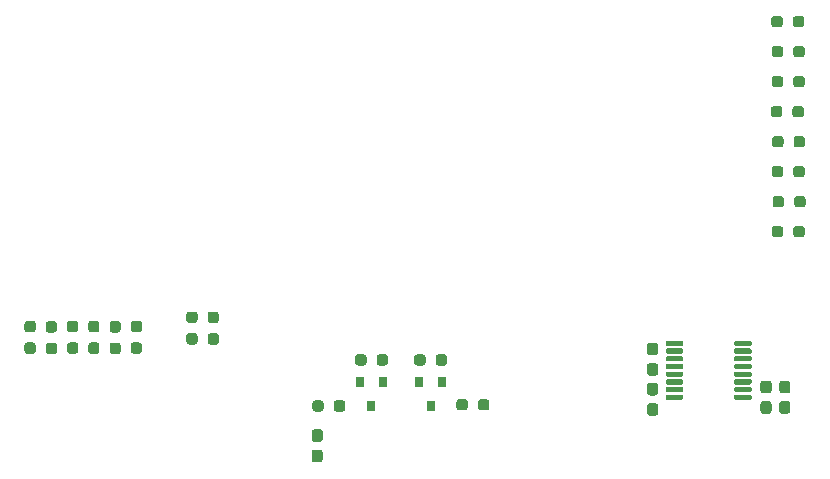
<source format=gbp>
G04 #@! TF.GenerationSoftware,KiCad,Pcbnew,5.1.9-1.fc33*
G04 #@! TF.CreationDate,2021-03-16T11:41:12-04:00*
G04 #@! TF.ProjectId,terminal,7465726d-696e-4616-9c2e-6b696361645f,rev?*
G04 #@! TF.SameCoordinates,Original*
G04 #@! TF.FileFunction,Paste,Bot*
G04 #@! TF.FilePolarity,Positive*
%FSLAX46Y46*%
G04 Gerber Fmt 4.6, Leading zero omitted, Abs format (unit mm)*
G04 Created by KiCad (PCBNEW 5.1.9-1.fc33) date 2021-03-16 11:41:12*
%MOMM*%
%LPD*%
G01*
G04 APERTURE LIST*
%ADD10R,0.800000X0.900000*%
G04 APERTURE END LIST*
D10*
G04 #@! TO.C,Q1*
X109150000Y-133700000D03*
X111050000Y-133700000D03*
X110100000Y-135700000D03*
G04 #@! TD*
G04 #@! TO.C,Q2*
X105100000Y-135700000D03*
X106050000Y-133700000D03*
X104150000Y-133700000D03*
G04 #@! TD*
G04 #@! TO.C,C1*
G36*
G01*
X138737500Y-136362500D02*
X138262500Y-136362500D01*
G75*
G02*
X138025000Y-136125000I0J237500D01*
G01*
X138025000Y-135525000D01*
G75*
G02*
X138262500Y-135287500I237500J0D01*
G01*
X138737500Y-135287500D01*
G75*
G02*
X138975000Y-135525000I0J-237500D01*
G01*
X138975000Y-136125000D01*
G75*
G02*
X138737500Y-136362500I-237500J0D01*
G01*
G37*
G36*
G01*
X138737500Y-134637500D02*
X138262500Y-134637500D01*
G75*
G02*
X138025000Y-134400000I0J237500D01*
G01*
X138025000Y-133800000D01*
G75*
G02*
X138262500Y-133562500I237500J0D01*
G01*
X138737500Y-133562500D01*
G75*
G02*
X138975000Y-133800000I0J-237500D01*
G01*
X138975000Y-134400000D01*
G75*
G02*
X138737500Y-134637500I-237500J0D01*
G01*
G37*
G04 #@! TD*
G04 #@! TO.C,C2*
G36*
G01*
X140337500Y-134637500D02*
X139862500Y-134637500D01*
G75*
G02*
X139625000Y-134400000I0J237500D01*
G01*
X139625000Y-133800000D01*
G75*
G02*
X139862500Y-133562500I237500J0D01*
G01*
X140337500Y-133562500D01*
G75*
G02*
X140575000Y-133800000I0J-237500D01*
G01*
X140575000Y-134400000D01*
G75*
G02*
X140337500Y-134637500I-237500J0D01*
G01*
G37*
G36*
G01*
X140337500Y-136362500D02*
X139862500Y-136362500D01*
G75*
G02*
X139625000Y-136125000I0J237500D01*
G01*
X139625000Y-135525000D01*
G75*
G02*
X139862500Y-135287500I237500J0D01*
G01*
X140337500Y-135287500D01*
G75*
G02*
X140575000Y-135525000I0J-237500D01*
G01*
X140575000Y-136125000D01*
G75*
G02*
X140337500Y-136362500I-237500J0D01*
G01*
G37*
G04 #@! TD*
G04 #@! TO.C,C3*
G36*
G01*
X100262500Y-137662500D02*
X100737500Y-137662500D01*
G75*
G02*
X100975000Y-137900000I0J-237500D01*
G01*
X100975000Y-138500000D01*
G75*
G02*
X100737500Y-138737500I-237500J0D01*
G01*
X100262500Y-138737500D01*
G75*
G02*
X100025000Y-138500000I0J237500D01*
G01*
X100025000Y-137900000D01*
G75*
G02*
X100262500Y-137662500I237500J0D01*
G01*
G37*
G36*
G01*
X100262500Y-139387500D02*
X100737500Y-139387500D01*
G75*
G02*
X100975000Y-139625000I0J-237500D01*
G01*
X100975000Y-140225000D01*
G75*
G02*
X100737500Y-140462500I-237500J0D01*
G01*
X100262500Y-140462500D01*
G75*
G02*
X100025000Y-140225000I0J237500D01*
G01*
X100025000Y-139625000D01*
G75*
G02*
X100262500Y-139387500I237500J0D01*
G01*
G37*
G04 #@! TD*
G04 #@! TO.C,C4*
G36*
G01*
X129137500Y-134812500D02*
X128662500Y-134812500D01*
G75*
G02*
X128425000Y-134575000I0J237500D01*
G01*
X128425000Y-133975000D01*
G75*
G02*
X128662500Y-133737500I237500J0D01*
G01*
X129137500Y-133737500D01*
G75*
G02*
X129375000Y-133975000I0J-237500D01*
G01*
X129375000Y-134575000D01*
G75*
G02*
X129137500Y-134812500I-237500J0D01*
G01*
G37*
G36*
G01*
X129137500Y-136537500D02*
X128662500Y-136537500D01*
G75*
G02*
X128425000Y-136300000I0J237500D01*
G01*
X128425000Y-135700000D01*
G75*
G02*
X128662500Y-135462500I237500J0D01*
G01*
X129137500Y-135462500D01*
G75*
G02*
X129375000Y-135700000I0J-237500D01*
G01*
X129375000Y-136300000D01*
G75*
G02*
X129137500Y-136537500I-237500J0D01*
G01*
G37*
G04 #@! TD*
G04 #@! TO.C,C5*
G36*
G01*
X129137500Y-133137500D02*
X128662500Y-133137500D01*
G75*
G02*
X128425000Y-132900000I0J237500D01*
G01*
X128425000Y-132300000D01*
G75*
G02*
X128662500Y-132062500I237500J0D01*
G01*
X129137500Y-132062500D01*
G75*
G02*
X129375000Y-132300000I0J-237500D01*
G01*
X129375000Y-132900000D01*
G75*
G02*
X129137500Y-133137500I-237500J0D01*
G01*
G37*
G36*
G01*
X129137500Y-131412500D02*
X128662500Y-131412500D01*
G75*
G02*
X128425000Y-131175000I0J237500D01*
G01*
X128425000Y-130575000D01*
G75*
G02*
X128662500Y-130337500I237500J0D01*
G01*
X129137500Y-130337500D01*
G75*
G02*
X129375000Y-130575000I0J-237500D01*
G01*
X129375000Y-131175000D01*
G75*
G02*
X129137500Y-131412500I-237500J0D01*
G01*
G37*
G04 #@! TD*
G04 #@! TO.C,R1*
G36*
G01*
X83637500Y-131312500D02*
X83162500Y-131312500D01*
G75*
G02*
X82925000Y-131075000I0J237500D01*
G01*
X82925000Y-130575000D01*
G75*
G02*
X83162500Y-130337500I237500J0D01*
G01*
X83637500Y-130337500D01*
G75*
G02*
X83875000Y-130575000I0J-237500D01*
G01*
X83875000Y-131075000D01*
G75*
G02*
X83637500Y-131312500I-237500J0D01*
G01*
G37*
G36*
G01*
X83637500Y-129487500D02*
X83162500Y-129487500D01*
G75*
G02*
X82925000Y-129250000I0J237500D01*
G01*
X82925000Y-128750000D01*
G75*
G02*
X83162500Y-128512500I237500J0D01*
G01*
X83637500Y-128512500D01*
G75*
G02*
X83875000Y-128750000I0J-237500D01*
G01*
X83875000Y-129250000D01*
G75*
G02*
X83637500Y-129487500I-237500J0D01*
G01*
G37*
G04 #@! TD*
G04 #@! TO.C,R2*
G36*
G01*
X85437500Y-129462500D02*
X84962500Y-129462500D01*
G75*
G02*
X84725000Y-129225000I0J237500D01*
G01*
X84725000Y-128725000D01*
G75*
G02*
X84962500Y-128487500I237500J0D01*
G01*
X85437500Y-128487500D01*
G75*
G02*
X85675000Y-128725000I0J-237500D01*
G01*
X85675000Y-129225000D01*
G75*
G02*
X85437500Y-129462500I-237500J0D01*
G01*
G37*
G36*
G01*
X85437500Y-131287500D02*
X84962500Y-131287500D01*
G75*
G02*
X84725000Y-131050000I0J237500D01*
G01*
X84725000Y-130550000D01*
G75*
G02*
X84962500Y-130312500I237500J0D01*
G01*
X85437500Y-130312500D01*
G75*
G02*
X85675000Y-130550000I0J-237500D01*
G01*
X85675000Y-131050000D01*
G75*
G02*
X85437500Y-131287500I-237500J0D01*
G01*
G37*
G04 #@! TD*
G04 #@! TO.C,R3*
G36*
G01*
X80037500Y-131287500D02*
X79562500Y-131287500D01*
G75*
G02*
X79325000Y-131050000I0J237500D01*
G01*
X79325000Y-130550000D01*
G75*
G02*
X79562500Y-130312500I237500J0D01*
G01*
X80037500Y-130312500D01*
G75*
G02*
X80275000Y-130550000I0J-237500D01*
G01*
X80275000Y-131050000D01*
G75*
G02*
X80037500Y-131287500I-237500J0D01*
G01*
G37*
G36*
G01*
X80037500Y-129462500D02*
X79562500Y-129462500D01*
G75*
G02*
X79325000Y-129225000I0J237500D01*
G01*
X79325000Y-128725000D01*
G75*
G02*
X79562500Y-128487500I237500J0D01*
G01*
X80037500Y-128487500D01*
G75*
G02*
X80275000Y-128725000I0J-237500D01*
G01*
X80275000Y-129225000D01*
G75*
G02*
X80037500Y-129462500I-237500J0D01*
G01*
G37*
G04 #@! TD*
G04 #@! TO.C,R4*
G36*
G01*
X81837500Y-129462500D02*
X81362500Y-129462500D01*
G75*
G02*
X81125000Y-129225000I0J237500D01*
G01*
X81125000Y-128725000D01*
G75*
G02*
X81362500Y-128487500I237500J0D01*
G01*
X81837500Y-128487500D01*
G75*
G02*
X82075000Y-128725000I0J-237500D01*
G01*
X82075000Y-129225000D01*
G75*
G02*
X81837500Y-129462500I-237500J0D01*
G01*
G37*
G36*
G01*
X81837500Y-131287500D02*
X81362500Y-131287500D01*
G75*
G02*
X81125000Y-131050000I0J237500D01*
G01*
X81125000Y-130550000D01*
G75*
G02*
X81362500Y-130312500I237500J0D01*
G01*
X81837500Y-130312500D01*
G75*
G02*
X82075000Y-130550000I0J-237500D01*
G01*
X82075000Y-131050000D01*
G75*
G02*
X81837500Y-131287500I-237500J0D01*
G01*
G37*
G04 #@! TD*
G04 #@! TO.C,R5*
G36*
G01*
X76437500Y-131287500D02*
X75962500Y-131287500D01*
G75*
G02*
X75725000Y-131050000I0J237500D01*
G01*
X75725000Y-130550000D01*
G75*
G02*
X75962500Y-130312500I237500J0D01*
G01*
X76437500Y-130312500D01*
G75*
G02*
X76675000Y-130550000I0J-237500D01*
G01*
X76675000Y-131050000D01*
G75*
G02*
X76437500Y-131287500I-237500J0D01*
G01*
G37*
G36*
G01*
X76437500Y-129462500D02*
X75962500Y-129462500D01*
G75*
G02*
X75725000Y-129225000I0J237500D01*
G01*
X75725000Y-128725000D01*
G75*
G02*
X75962500Y-128487500I237500J0D01*
G01*
X76437500Y-128487500D01*
G75*
G02*
X76675000Y-128725000I0J-237500D01*
G01*
X76675000Y-129225000D01*
G75*
G02*
X76437500Y-129462500I-237500J0D01*
G01*
G37*
G04 #@! TD*
G04 #@! TO.C,R6*
G36*
G01*
X78237500Y-129487500D02*
X77762500Y-129487500D01*
G75*
G02*
X77525000Y-129250000I0J237500D01*
G01*
X77525000Y-128750000D01*
G75*
G02*
X77762500Y-128512500I237500J0D01*
G01*
X78237500Y-128512500D01*
G75*
G02*
X78475000Y-128750000I0J-237500D01*
G01*
X78475000Y-129250000D01*
G75*
G02*
X78237500Y-129487500I-237500J0D01*
G01*
G37*
G36*
G01*
X78237500Y-131312500D02*
X77762500Y-131312500D01*
G75*
G02*
X77525000Y-131075000I0J237500D01*
G01*
X77525000Y-130575000D01*
G75*
G02*
X77762500Y-130337500I237500J0D01*
G01*
X78237500Y-130337500D01*
G75*
G02*
X78475000Y-130575000I0J-237500D01*
G01*
X78475000Y-131075000D01*
G75*
G02*
X78237500Y-131312500I-237500J0D01*
G01*
G37*
G04 #@! TD*
G04 #@! TO.C,R7*
G36*
G01*
X113262500Y-135362500D02*
X113262500Y-135837500D01*
G75*
G02*
X113025000Y-136075000I-237500J0D01*
G01*
X112525000Y-136075000D01*
G75*
G02*
X112287500Y-135837500I0J237500D01*
G01*
X112287500Y-135362500D01*
G75*
G02*
X112525000Y-135125000I237500J0D01*
G01*
X113025000Y-135125000D01*
G75*
G02*
X113262500Y-135362500I0J-237500D01*
G01*
G37*
G36*
G01*
X115087500Y-135362500D02*
X115087500Y-135837500D01*
G75*
G02*
X114850000Y-136075000I-237500J0D01*
G01*
X114350000Y-136075000D01*
G75*
G02*
X114112500Y-135837500I0J237500D01*
G01*
X114112500Y-135362500D01*
G75*
G02*
X114350000Y-135125000I237500J0D01*
G01*
X114850000Y-135125000D01*
G75*
G02*
X115087500Y-135362500I0J-237500D01*
G01*
G37*
G04 #@! TD*
G04 #@! TO.C,R8*
G36*
G01*
X108712500Y-132037500D02*
X108712500Y-131562500D01*
G75*
G02*
X108950000Y-131325000I237500J0D01*
G01*
X109450000Y-131325000D01*
G75*
G02*
X109687500Y-131562500I0J-237500D01*
G01*
X109687500Y-132037500D01*
G75*
G02*
X109450000Y-132275000I-237500J0D01*
G01*
X108950000Y-132275000D01*
G75*
G02*
X108712500Y-132037500I0J237500D01*
G01*
G37*
G36*
G01*
X110537500Y-132037500D02*
X110537500Y-131562500D01*
G75*
G02*
X110775000Y-131325000I237500J0D01*
G01*
X111275000Y-131325000D01*
G75*
G02*
X111512500Y-131562500I0J-237500D01*
G01*
X111512500Y-132037500D01*
G75*
G02*
X111275000Y-132275000I-237500J0D01*
G01*
X110775000Y-132275000D01*
G75*
G02*
X110537500Y-132037500I0J237500D01*
G01*
G37*
G04 #@! TD*
G04 #@! TO.C,R9*
G36*
G01*
X105537500Y-132037500D02*
X105537500Y-131562500D01*
G75*
G02*
X105775000Y-131325000I237500J0D01*
G01*
X106275000Y-131325000D01*
G75*
G02*
X106512500Y-131562500I0J-237500D01*
G01*
X106512500Y-132037500D01*
G75*
G02*
X106275000Y-132275000I-237500J0D01*
G01*
X105775000Y-132275000D01*
G75*
G02*
X105537500Y-132037500I0J237500D01*
G01*
G37*
G36*
G01*
X103712500Y-132037500D02*
X103712500Y-131562500D01*
G75*
G02*
X103950000Y-131325000I237500J0D01*
G01*
X104450000Y-131325000D01*
G75*
G02*
X104687500Y-131562500I0J-237500D01*
G01*
X104687500Y-132037500D01*
G75*
G02*
X104450000Y-132275000I-237500J0D01*
G01*
X103950000Y-132275000D01*
G75*
G02*
X103712500Y-132037500I0J237500D01*
G01*
G37*
G04 #@! TD*
G04 #@! TO.C,R10*
G36*
G01*
X100087500Y-135937500D02*
X100087500Y-135462500D01*
G75*
G02*
X100325000Y-135225000I237500J0D01*
G01*
X100825000Y-135225000D01*
G75*
G02*
X101062500Y-135462500I0J-237500D01*
G01*
X101062500Y-135937500D01*
G75*
G02*
X100825000Y-136175000I-237500J0D01*
G01*
X100325000Y-136175000D01*
G75*
G02*
X100087500Y-135937500I0J237500D01*
G01*
G37*
G36*
G01*
X101912500Y-135937500D02*
X101912500Y-135462500D01*
G75*
G02*
X102150000Y-135225000I237500J0D01*
G01*
X102650000Y-135225000D01*
G75*
G02*
X102887500Y-135462500I0J-237500D01*
G01*
X102887500Y-135937500D01*
G75*
G02*
X102650000Y-136175000I-237500J0D01*
G01*
X102150000Y-136175000D01*
G75*
G02*
X101912500Y-135937500I0J237500D01*
G01*
G37*
G04 #@! TD*
G04 #@! TO.C,R11*
G36*
G01*
X139932500Y-102922500D02*
X139932500Y-103397500D01*
G75*
G02*
X139695000Y-103635000I-237500J0D01*
G01*
X139195000Y-103635000D01*
G75*
G02*
X138957500Y-103397500I0J237500D01*
G01*
X138957500Y-102922500D01*
G75*
G02*
X139195000Y-102685000I237500J0D01*
G01*
X139695000Y-102685000D01*
G75*
G02*
X139932500Y-102922500I0J-237500D01*
G01*
G37*
G36*
G01*
X141757500Y-102922500D02*
X141757500Y-103397500D01*
G75*
G02*
X141520000Y-103635000I-237500J0D01*
G01*
X141020000Y-103635000D01*
G75*
G02*
X140782500Y-103397500I0J237500D01*
G01*
X140782500Y-102922500D01*
G75*
G02*
X141020000Y-102685000I237500J0D01*
G01*
X141520000Y-102685000D01*
G75*
G02*
X141757500Y-102922500I0J-237500D01*
G01*
G37*
G04 #@! TD*
G04 #@! TO.C,R12*
G36*
G01*
X141780000Y-105462500D02*
X141780000Y-105937500D01*
G75*
G02*
X141542500Y-106175000I-237500J0D01*
G01*
X141042500Y-106175000D01*
G75*
G02*
X140805000Y-105937500I0J237500D01*
G01*
X140805000Y-105462500D01*
G75*
G02*
X141042500Y-105225000I237500J0D01*
G01*
X141542500Y-105225000D01*
G75*
G02*
X141780000Y-105462500I0J-237500D01*
G01*
G37*
G36*
G01*
X139955000Y-105462500D02*
X139955000Y-105937500D01*
G75*
G02*
X139717500Y-106175000I-237500J0D01*
G01*
X139217500Y-106175000D01*
G75*
G02*
X138980000Y-105937500I0J237500D01*
G01*
X138980000Y-105462500D01*
G75*
G02*
X139217500Y-105225000I237500J0D01*
G01*
X139717500Y-105225000D01*
G75*
G02*
X139955000Y-105462500I0J-237500D01*
G01*
G37*
G04 #@! TD*
G04 #@! TO.C,R13*
G36*
G01*
X141782500Y-108002500D02*
X141782500Y-108477500D01*
G75*
G02*
X141545000Y-108715000I-237500J0D01*
G01*
X141045000Y-108715000D01*
G75*
G02*
X140807500Y-108477500I0J237500D01*
G01*
X140807500Y-108002500D01*
G75*
G02*
X141045000Y-107765000I237500J0D01*
G01*
X141545000Y-107765000D01*
G75*
G02*
X141782500Y-108002500I0J-237500D01*
G01*
G37*
G36*
G01*
X139957500Y-108002500D02*
X139957500Y-108477500D01*
G75*
G02*
X139720000Y-108715000I-237500J0D01*
G01*
X139220000Y-108715000D01*
G75*
G02*
X138982500Y-108477500I0J237500D01*
G01*
X138982500Y-108002500D01*
G75*
G02*
X139220000Y-107765000I237500J0D01*
G01*
X139720000Y-107765000D01*
G75*
G02*
X139957500Y-108002500I0J-237500D01*
G01*
G37*
G04 #@! TD*
G04 #@! TO.C,R14*
G36*
G01*
X139895000Y-110542500D02*
X139895000Y-111017500D01*
G75*
G02*
X139657500Y-111255000I-237500J0D01*
G01*
X139157500Y-111255000D01*
G75*
G02*
X138920000Y-111017500I0J237500D01*
G01*
X138920000Y-110542500D01*
G75*
G02*
X139157500Y-110305000I237500J0D01*
G01*
X139657500Y-110305000D01*
G75*
G02*
X139895000Y-110542500I0J-237500D01*
G01*
G37*
G36*
G01*
X141720000Y-110542500D02*
X141720000Y-111017500D01*
G75*
G02*
X141482500Y-111255000I-237500J0D01*
G01*
X140982500Y-111255000D01*
G75*
G02*
X140745000Y-111017500I0J237500D01*
G01*
X140745000Y-110542500D01*
G75*
G02*
X140982500Y-110305000I237500J0D01*
G01*
X141482500Y-110305000D01*
G75*
G02*
X141720000Y-110542500I0J-237500D01*
G01*
G37*
G04 #@! TD*
G04 #@! TO.C,R15*
G36*
G01*
X141812500Y-113082500D02*
X141812500Y-113557500D01*
G75*
G02*
X141575000Y-113795000I-237500J0D01*
G01*
X141075000Y-113795000D01*
G75*
G02*
X140837500Y-113557500I0J237500D01*
G01*
X140837500Y-113082500D01*
G75*
G02*
X141075000Y-112845000I237500J0D01*
G01*
X141575000Y-112845000D01*
G75*
G02*
X141812500Y-113082500I0J-237500D01*
G01*
G37*
G36*
G01*
X139987500Y-113082500D02*
X139987500Y-113557500D01*
G75*
G02*
X139750000Y-113795000I-237500J0D01*
G01*
X139250000Y-113795000D01*
G75*
G02*
X139012500Y-113557500I0J237500D01*
G01*
X139012500Y-113082500D01*
G75*
G02*
X139250000Y-112845000I237500J0D01*
G01*
X139750000Y-112845000D01*
G75*
G02*
X139987500Y-113082500I0J-237500D01*
G01*
G37*
G04 #@! TD*
G04 #@! TO.C,R16*
G36*
G01*
X139957500Y-115622500D02*
X139957500Y-116097500D01*
G75*
G02*
X139720000Y-116335000I-237500J0D01*
G01*
X139220000Y-116335000D01*
G75*
G02*
X138982500Y-116097500I0J237500D01*
G01*
X138982500Y-115622500D01*
G75*
G02*
X139220000Y-115385000I237500J0D01*
G01*
X139720000Y-115385000D01*
G75*
G02*
X139957500Y-115622500I0J-237500D01*
G01*
G37*
G36*
G01*
X141782500Y-115622500D02*
X141782500Y-116097500D01*
G75*
G02*
X141545000Y-116335000I-237500J0D01*
G01*
X141045000Y-116335000D01*
G75*
G02*
X140807500Y-116097500I0J237500D01*
G01*
X140807500Y-115622500D01*
G75*
G02*
X141045000Y-115385000I237500J0D01*
G01*
X141545000Y-115385000D01*
G75*
G02*
X141782500Y-115622500I0J-237500D01*
G01*
G37*
G04 #@! TD*
G04 #@! TO.C,R17*
G36*
G01*
X141860000Y-118162500D02*
X141860000Y-118637500D01*
G75*
G02*
X141622500Y-118875000I-237500J0D01*
G01*
X141122500Y-118875000D01*
G75*
G02*
X140885000Y-118637500I0J237500D01*
G01*
X140885000Y-118162500D01*
G75*
G02*
X141122500Y-117925000I237500J0D01*
G01*
X141622500Y-117925000D01*
G75*
G02*
X141860000Y-118162500I0J-237500D01*
G01*
G37*
G36*
G01*
X140035000Y-118162500D02*
X140035000Y-118637500D01*
G75*
G02*
X139797500Y-118875000I-237500J0D01*
G01*
X139297500Y-118875000D01*
G75*
G02*
X139060000Y-118637500I0J237500D01*
G01*
X139060000Y-118162500D01*
G75*
G02*
X139297500Y-117925000I237500J0D01*
G01*
X139797500Y-117925000D01*
G75*
G02*
X140035000Y-118162500I0J-237500D01*
G01*
G37*
G04 #@! TD*
G04 #@! TO.C,R18*
G36*
G01*
X139957500Y-120702500D02*
X139957500Y-121177500D01*
G75*
G02*
X139720000Y-121415000I-237500J0D01*
G01*
X139220000Y-121415000D01*
G75*
G02*
X138982500Y-121177500I0J237500D01*
G01*
X138982500Y-120702500D01*
G75*
G02*
X139220000Y-120465000I237500J0D01*
G01*
X139720000Y-120465000D01*
G75*
G02*
X139957500Y-120702500I0J-237500D01*
G01*
G37*
G36*
G01*
X141782500Y-120702500D02*
X141782500Y-121177500D01*
G75*
G02*
X141545000Y-121415000I-237500J0D01*
G01*
X141045000Y-121415000D01*
G75*
G02*
X140807500Y-121177500I0J237500D01*
G01*
X140807500Y-120702500D01*
G75*
G02*
X141045000Y-120465000I237500J0D01*
G01*
X141545000Y-120465000D01*
G75*
G02*
X141782500Y-120702500I0J-237500D01*
G01*
G37*
G04 #@! TD*
G04 #@! TO.C,U2*
G36*
G01*
X135800000Y-135067500D02*
X135800000Y-134842500D01*
G75*
G02*
X135912500Y-134730000I112500J0D01*
G01*
X137187500Y-134730000D01*
G75*
G02*
X137300000Y-134842500I0J-112500D01*
G01*
X137300000Y-135067500D01*
G75*
G02*
X137187500Y-135180000I-112500J0D01*
G01*
X135912500Y-135180000D01*
G75*
G02*
X135800000Y-135067500I0J112500D01*
G01*
G37*
G36*
G01*
X135800000Y-134417500D02*
X135800000Y-134192500D01*
G75*
G02*
X135912500Y-134080000I112500J0D01*
G01*
X137187500Y-134080000D01*
G75*
G02*
X137300000Y-134192500I0J-112500D01*
G01*
X137300000Y-134417500D01*
G75*
G02*
X137187500Y-134530000I-112500J0D01*
G01*
X135912500Y-134530000D01*
G75*
G02*
X135800000Y-134417500I0J112500D01*
G01*
G37*
G36*
G01*
X135800000Y-133767500D02*
X135800000Y-133542500D01*
G75*
G02*
X135912500Y-133430000I112500J0D01*
G01*
X137187500Y-133430000D01*
G75*
G02*
X137300000Y-133542500I0J-112500D01*
G01*
X137300000Y-133767500D01*
G75*
G02*
X137187500Y-133880000I-112500J0D01*
G01*
X135912500Y-133880000D01*
G75*
G02*
X135800000Y-133767500I0J112500D01*
G01*
G37*
G36*
G01*
X135800000Y-133117500D02*
X135800000Y-132892500D01*
G75*
G02*
X135912500Y-132780000I112500J0D01*
G01*
X137187500Y-132780000D01*
G75*
G02*
X137300000Y-132892500I0J-112500D01*
G01*
X137300000Y-133117500D01*
G75*
G02*
X137187500Y-133230000I-112500J0D01*
G01*
X135912500Y-133230000D01*
G75*
G02*
X135800000Y-133117500I0J112500D01*
G01*
G37*
G36*
G01*
X135800000Y-132467500D02*
X135800000Y-132242500D01*
G75*
G02*
X135912500Y-132130000I112500J0D01*
G01*
X137187500Y-132130000D01*
G75*
G02*
X137300000Y-132242500I0J-112500D01*
G01*
X137300000Y-132467500D01*
G75*
G02*
X137187500Y-132580000I-112500J0D01*
G01*
X135912500Y-132580000D01*
G75*
G02*
X135800000Y-132467500I0J112500D01*
G01*
G37*
G36*
G01*
X135800000Y-131817500D02*
X135800000Y-131592500D01*
G75*
G02*
X135912500Y-131480000I112500J0D01*
G01*
X137187500Y-131480000D01*
G75*
G02*
X137300000Y-131592500I0J-112500D01*
G01*
X137300000Y-131817500D01*
G75*
G02*
X137187500Y-131930000I-112500J0D01*
G01*
X135912500Y-131930000D01*
G75*
G02*
X135800000Y-131817500I0J112500D01*
G01*
G37*
G36*
G01*
X135800000Y-131167500D02*
X135800000Y-130942500D01*
G75*
G02*
X135912500Y-130830000I112500J0D01*
G01*
X137187500Y-130830000D01*
G75*
G02*
X137300000Y-130942500I0J-112500D01*
G01*
X137300000Y-131167500D01*
G75*
G02*
X137187500Y-131280000I-112500J0D01*
G01*
X135912500Y-131280000D01*
G75*
G02*
X135800000Y-131167500I0J112500D01*
G01*
G37*
G36*
G01*
X135800000Y-130517500D02*
X135800000Y-130292500D01*
G75*
G02*
X135912500Y-130180000I112500J0D01*
G01*
X137187500Y-130180000D01*
G75*
G02*
X137300000Y-130292500I0J-112500D01*
G01*
X137300000Y-130517500D01*
G75*
G02*
X137187500Y-130630000I-112500J0D01*
G01*
X135912500Y-130630000D01*
G75*
G02*
X135800000Y-130517500I0J112500D01*
G01*
G37*
G36*
G01*
X130000000Y-130517500D02*
X130000000Y-130292500D01*
G75*
G02*
X130112500Y-130180000I112500J0D01*
G01*
X131387500Y-130180000D01*
G75*
G02*
X131500000Y-130292500I0J-112500D01*
G01*
X131500000Y-130517500D01*
G75*
G02*
X131387500Y-130630000I-112500J0D01*
G01*
X130112500Y-130630000D01*
G75*
G02*
X130000000Y-130517500I0J112500D01*
G01*
G37*
G36*
G01*
X130000000Y-131167500D02*
X130000000Y-130942500D01*
G75*
G02*
X130112500Y-130830000I112500J0D01*
G01*
X131387500Y-130830000D01*
G75*
G02*
X131500000Y-130942500I0J-112500D01*
G01*
X131500000Y-131167500D01*
G75*
G02*
X131387500Y-131280000I-112500J0D01*
G01*
X130112500Y-131280000D01*
G75*
G02*
X130000000Y-131167500I0J112500D01*
G01*
G37*
G36*
G01*
X130000000Y-131817500D02*
X130000000Y-131592500D01*
G75*
G02*
X130112500Y-131480000I112500J0D01*
G01*
X131387500Y-131480000D01*
G75*
G02*
X131500000Y-131592500I0J-112500D01*
G01*
X131500000Y-131817500D01*
G75*
G02*
X131387500Y-131930000I-112500J0D01*
G01*
X130112500Y-131930000D01*
G75*
G02*
X130000000Y-131817500I0J112500D01*
G01*
G37*
G36*
G01*
X130000000Y-132467500D02*
X130000000Y-132242500D01*
G75*
G02*
X130112500Y-132130000I112500J0D01*
G01*
X131387500Y-132130000D01*
G75*
G02*
X131500000Y-132242500I0J-112500D01*
G01*
X131500000Y-132467500D01*
G75*
G02*
X131387500Y-132580000I-112500J0D01*
G01*
X130112500Y-132580000D01*
G75*
G02*
X130000000Y-132467500I0J112500D01*
G01*
G37*
G36*
G01*
X130000000Y-133117500D02*
X130000000Y-132892500D01*
G75*
G02*
X130112500Y-132780000I112500J0D01*
G01*
X131387500Y-132780000D01*
G75*
G02*
X131500000Y-132892500I0J-112500D01*
G01*
X131500000Y-133117500D01*
G75*
G02*
X131387500Y-133230000I-112500J0D01*
G01*
X130112500Y-133230000D01*
G75*
G02*
X130000000Y-133117500I0J112500D01*
G01*
G37*
G36*
G01*
X130000000Y-133767500D02*
X130000000Y-133542500D01*
G75*
G02*
X130112500Y-133430000I112500J0D01*
G01*
X131387500Y-133430000D01*
G75*
G02*
X131500000Y-133542500I0J-112500D01*
G01*
X131500000Y-133767500D01*
G75*
G02*
X131387500Y-133880000I-112500J0D01*
G01*
X130112500Y-133880000D01*
G75*
G02*
X130000000Y-133767500I0J112500D01*
G01*
G37*
G36*
G01*
X130000000Y-134417500D02*
X130000000Y-134192500D01*
G75*
G02*
X130112500Y-134080000I112500J0D01*
G01*
X131387500Y-134080000D01*
G75*
G02*
X131500000Y-134192500I0J-112500D01*
G01*
X131500000Y-134417500D01*
G75*
G02*
X131387500Y-134530000I-112500J0D01*
G01*
X130112500Y-134530000D01*
G75*
G02*
X130000000Y-134417500I0J112500D01*
G01*
G37*
G36*
G01*
X130000000Y-135067500D02*
X130000000Y-134842500D01*
G75*
G02*
X130112500Y-134730000I112500J0D01*
G01*
X131387500Y-134730000D01*
G75*
G02*
X131500000Y-134842500I0J-112500D01*
G01*
X131500000Y-135067500D01*
G75*
G02*
X131387500Y-135180000I-112500J0D01*
G01*
X130112500Y-135180000D01*
G75*
G02*
X130000000Y-135067500I0J112500D01*
G01*
G37*
G04 #@! TD*
G04 #@! TO.C,R19*
G36*
G01*
X89662500Y-129525000D02*
X90137500Y-129525000D01*
G75*
G02*
X90375000Y-129762500I0J-237500D01*
G01*
X90375000Y-130262500D01*
G75*
G02*
X90137500Y-130500000I-237500J0D01*
G01*
X89662500Y-130500000D01*
G75*
G02*
X89425000Y-130262500I0J237500D01*
G01*
X89425000Y-129762500D01*
G75*
G02*
X89662500Y-129525000I237500J0D01*
G01*
G37*
G36*
G01*
X89662500Y-127700000D02*
X90137500Y-127700000D01*
G75*
G02*
X90375000Y-127937500I0J-237500D01*
G01*
X90375000Y-128437500D01*
G75*
G02*
X90137500Y-128675000I-237500J0D01*
G01*
X89662500Y-128675000D01*
G75*
G02*
X89425000Y-128437500I0J237500D01*
G01*
X89425000Y-127937500D01*
G75*
G02*
X89662500Y-127700000I237500J0D01*
G01*
G37*
G04 #@! TD*
G04 #@! TO.C,R20*
G36*
G01*
X91462500Y-127712500D02*
X91937500Y-127712500D01*
G75*
G02*
X92175000Y-127950000I0J-237500D01*
G01*
X92175000Y-128450000D01*
G75*
G02*
X91937500Y-128687500I-237500J0D01*
G01*
X91462500Y-128687500D01*
G75*
G02*
X91225000Y-128450000I0J237500D01*
G01*
X91225000Y-127950000D01*
G75*
G02*
X91462500Y-127712500I237500J0D01*
G01*
G37*
G36*
G01*
X91462500Y-129537500D02*
X91937500Y-129537500D01*
G75*
G02*
X92175000Y-129775000I0J-237500D01*
G01*
X92175000Y-130275000D01*
G75*
G02*
X91937500Y-130512500I-237500J0D01*
G01*
X91462500Y-130512500D01*
G75*
G02*
X91225000Y-130275000I0J237500D01*
G01*
X91225000Y-129775000D01*
G75*
G02*
X91462500Y-129537500I237500J0D01*
G01*
G37*
G04 #@! TD*
M02*

</source>
